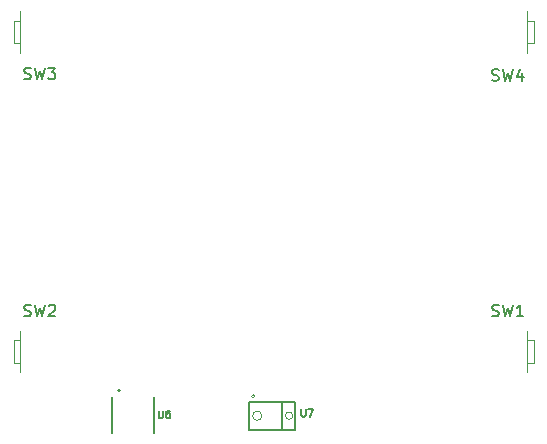
<source format=gbr>
G04 #@! TF.GenerationSoftware,KiCad,Pcbnew,5.0.2+dfsg1-1*
G04 #@! TF.CreationDate,2020-12-10T00:07:48-08:00*
G04 #@! TF.ProjectId,chronopy,6368726f-6e6f-4707-992e-6b696361645f,rev?*
G04 #@! TF.SameCoordinates,Original*
G04 #@! TF.FileFunction,Legend,Top*
G04 #@! TF.FilePolarity,Positive*
%FSLAX46Y46*%
G04 Gerber Fmt 4.6, Leading zero omitted, Abs format (unit mm)*
G04 Created by KiCad (PCBNEW 5.0.2+dfsg1-1) date Thu 10 Dec 2020 12:07:48 AM PST*
%MOMM*%
%LPD*%
G01*
G04 APERTURE LIST*
%ADD10C,0.120000*%
%ADD11C,0.101600*%
%ADD12C,0.063500*%
%ADD13C,0.127000*%
%ADD14C,0.200000*%
%ADD15C,0.150000*%
%ADD16C,0.152400*%
G04 APERTURE END LIST*
D10*
G04 #@! TO.C,SW1*
X141687354Y-110182319D02*
X142237354Y-110182319D01*
X142237354Y-110182319D02*
X142237354Y-112082319D01*
X142237354Y-112082319D02*
X141687354Y-112082319D01*
X141687354Y-109382319D02*
X141687354Y-112882319D01*
G04 #@! TO.C,SW3*
X98763354Y-85831319D02*
X98763354Y-82331319D01*
X98213354Y-83131319D02*
X98763354Y-83131319D01*
X98213354Y-85031319D02*
X98213354Y-83131319D01*
X98763354Y-85031319D02*
X98213354Y-85031319D01*
G04 #@! TO.C,SW2*
X98763354Y-112082319D02*
X98213354Y-112082319D01*
X98213354Y-112082319D02*
X98213354Y-110182319D01*
X98213354Y-110182319D02*
X98763354Y-110182319D01*
X98763354Y-112882319D02*
X98763354Y-109382319D01*
G04 #@! TO.C,SW4*
X141687354Y-82331319D02*
X141687354Y-85831319D01*
X142237354Y-85031319D02*
X141687354Y-85031319D01*
X142237354Y-83131319D02*
X142237354Y-85031319D01*
X141687354Y-83131319D02*
X142237354Y-83131319D01*
D11*
G04 #@! TO.C,U7*
X118632740Y-114916820D02*
G75*
G03X118632740Y-114916820I-154460J0D01*
G01*
D12*
X121842385Y-116560200D02*
G75*
G03X121842385Y-116560200I-316105J0D01*
G01*
X119216747Y-116560200D02*
G75*
G03X119216747Y-116560200I-387947J0D01*
G01*
D13*
X120916680Y-117738760D02*
X120916680Y-115381640D01*
X122067300Y-117738760D02*
X122067300Y-115381640D01*
X118130300Y-117738760D02*
X118130300Y-115381640D01*
X120916680Y-117738760D02*
X122067300Y-117738760D01*
X118130300Y-117738760D02*
X120916680Y-117738760D01*
X120916680Y-115381640D02*
X122067300Y-115381640D01*
X118130300Y-115381640D02*
X120916680Y-115381640D01*
G04 #@! TO.C,U6*
X106560435Y-114935873D02*
X106560435Y-117995873D01*
X110100435Y-117995873D02*
X110100435Y-114935873D01*
D14*
X107230435Y-114420873D02*
G75*
G03X107230435Y-114420873I-100000J0D01*
G01*
G04 #@! TO.C,SW1*
D15*
X138704020Y-108108080D02*
X138846877Y-108155699D01*
X139084973Y-108155699D01*
X139180211Y-108108080D01*
X139227830Y-108060461D01*
X139275449Y-107965223D01*
X139275449Y-107869985D01*
X139227830Y-107774747D01*
X139180211Y-107727128D01*
X139084973Y-107679509D01*
X138894496Y-107631890D01*
X138799258Y-107584271D01*
X138751639Y-107536652D01*
X138704020Y-107441414D01*
X138704020Y-107346176D01*
X138751639Y-107250938D01*
X138799258Y-107203319D01*
X138894496Y-107155699D01*
X139132592Y-107155699D01*
X139275449Y-107203319D01*
X139608782Y-107155699D02*
X139846877Y-108155699D01*
X140037354Y-107441414D01*
X140227830Y-108155699D01*
X140465925Y-107155699D01*
X141370687Y-108155699D02*
X140799258Y-108155699D01*
X141084973Y-108155699D02*
X141084973Y-107155699D01*
X140989734Y-107298557D01*
X140894496Y-107393795D01*
X140799258Y-107441414D01*
G04 #@! TO.C,SW3*
X99080020Y-88042080D02*
X99222877Y-88089699D01*
X99460973Y-88089699D01*
X99556211Y-88042080D01*
X99603830Y-87994461D01*
X99651449Y-87899223D01*
X99651449Y-87803985D01*
X99603830Y-87708747D01*
X99556211Y-87661128D01*
X99460973Y-87613509D01*
X99270496Y-87565890D01*
X99175258Y-87518271D01*
X99127639Y-87470652D01*
X99080020Y-87375414D01*
X99080020Y-87280176D01*
X99127639Y-87184938D01*
X99175258Y-87137319D01*
X99270496Y-87089699D01*
X99508592Y-87089699D01*
X99651449Y-87137319D01*
X99984782Y-87089699D02*
X100222877Y-88089699D01*
X100413354Y-87375414D01*
X100603830Y-88089699D01*
X100841925Y-87089699D01*
X101127639Y-87089699D02*
X101746687Y-87089699D01*
X101413354Y-87470652D01*
X101556211Y-87470652D01*
X101651449Y-87518271D01*
X101699068Y-87565890D01*
X101746687Y-87661128D01*
X101746687Y-87899223D01*
X101699068Y-87994461D01*
X101651449Y-88042080D01*
X101556211Y-88089699D01*
X101270496Y-88089699D01*
X101175258Y-88042080D01*
X101127639Y-87994461D01*
G04 #@! TO.C,SW2*
X99080020Y-108108080D02*
X99222877Y-108155699D01*
X99460973Y-108155699D01*
X99556211Y-108108080D01*
X99603830Y-108060461D01*
X99651449Y-107965223D01*
X99651449Y-107869985D01*
X99603830Y-107774747D01*
X99556211Y-107727128D01*
X99460973Y-107679509D01*
X99270496Y-107631890D01*
X99175258Y-107584271D01*
X99127639Y-107536652D01*
X99080020Y-107441414D01*
X99080020Y-107346176D01*
X99127639Y-107250938D01*
X99175258Y-107203319D01*
X99270496Y-107155699D01*
X99508592Y-107155699D01*
X99651449Y-107203319D01*
X99984782Y-107155699D02*
X100222877Y-108155699D01*
X100413354Y-107441414D01*
X100603830Y-108155699D01*
X100841925Y-107155699D01*
X101175258Y-107250938D02*
X101222877Y-107203319D01*
X101318115Y-107155699D01*
X101556211Y-107155699D01*
X101651449Y-107203319D01*
X101699068Y-107250938D01*
X101746687Y-107346176D01*
X101746687Y-107441414D01*
X101699068Y-107584271D01*
X101127639Y-108155699D01*
X101746687Y-108155699D01*
G04 #@! TO.C,SW4*
X138704020Y-88169080D02*
X138846877Y-88216699D01*
X139084973Y-88216699D01*
X139180211Y-88169080D01*
X139227830Y-88121461D01*
X139275449Y-88026223D01*
X139275449Y-87930985D01*
X139227830Y-87835747D01*
X139180211Y-87788128D01*
X139084973Y-87740509D01*
X138894496Y-87692890D01*
X138799258Y-87645271D01*
X138751639Y-87597652D01*
X138704020Y-87502414D01*
X138704020Y-87407176D01*
X138751639Y-87311938D01*
X138799258Y-87264319D01*
X138894496Y-87216699D01*
X139132592Y-87216699D01*
X139275449Y-87264319D01*
X139608782Y-87216699D02*
X139846877Y-88216699D01*
X140037354Y-87502414D01*
X140227830Y-88216699D01*
X140465925Y-87216699D01*
X141275449Y-87550033D02*
X141275449Y-88216699D01*
X141037354Y-87169080D02*
X140799258Y-87883366D01*
X141418306Y-87883366D01*
G04 #@! TO.C,U7*
D16*
X122560944Y-116016980D02*
X122560944Y-116531028D01*
X122591182Y-116591504D01*
X122621420Y-116621742D01*
X122681896Y-116651980D01*
X122802849Y-116651980D01*
X122863325Y-116621742D01*
X122893563Y-116591504D01*
X122923801Y-116531028D01*
X122923801Y-116016980D01*
X123165706Y-116016980D02*
X123589039Y-116016980D01*
X123316896Y-116651980D01*
G04 #@! TO.C,U6*
X110470544Y-116118580D02*
X110470544Y-116632628D01*
X110500782Y-116693104D01*
X110531020Y-116723342D01*
X110591496Y-116753580D01*
X110712449Y-116753580D01*
X110772925Y-116723342D01*
X110803163Y-116693104D01*
X110833401Y-116632628D01*
X110833401Y-116118580D01*
X111407925Y-116118580D02*
X111286973Y-116118580D01*
X111226496Y-116148819D01*
X111196258Y-116179057D01*
X111135782Y-116269771D01*
X111105544Y-116390723D01*
X111105544Y-116632628D01*
X111135782Y-116693104D01*
X111166020Y-116723342D01*
X111226496Y-116753580D01*
X111347449Y-116753580D01*
X111407925Y-116723342D01*
X111438163Y-116693104D01*
X111468401Y-116632628D01*
X111468401Y-116481438D01*
X111438163Y-116420961D01*
X111407925Y-116390723D01*
X111347449Y-116360485D01*
X111226496Y-116360485D01*
X111166020Y-116390723D01*
X111135782Y-116420961D01*
X111105544Y-116481438D01*
G04 #@! TD*
M02*

</source>
